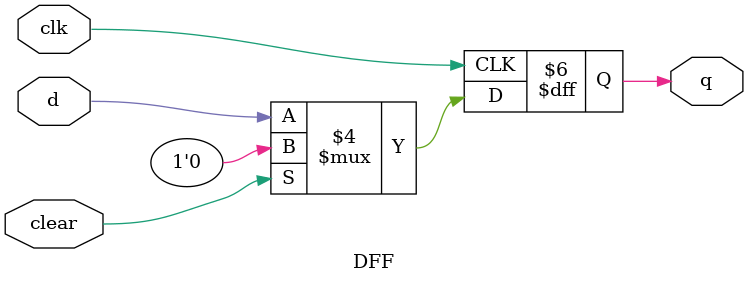
<source format=v>
module DFF(clk,clear,d,q);
	input d,clear,clk;
	output reg q;
	always@(posedge clk)
	begin
		if(clear==1)
			q = 0;
	else
		q <= d;
	end
endmodule
</source>
